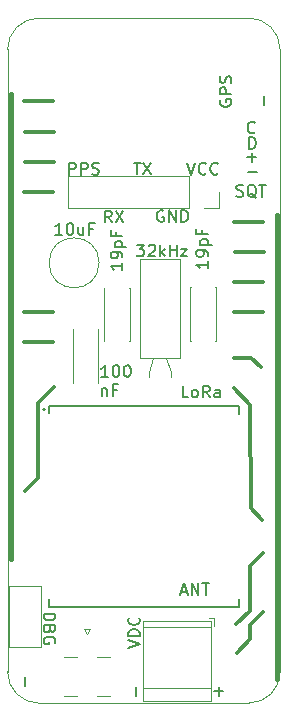
<source format=gto>
%TF.GenerationSoftware,KiCad,Pcbnew,8.0.4*%
%TF.CreationDate,2024-08-28T09:49:03+09:00*%
%TF.ProjectId,powerfeather-lora-gps-reference,706f7765-7266-4656-9174-6865722d6c6f,rev?*%
%TF.SameCoordinates,Original*%
%TF.FileFunction,Legend,Top*%
%TF.FilePolarity,Positive*%
%FSLAX46Y46*%
G04 Gerber Fmt 4.6, Leading zero omitted, Abs format (unit mm)*
G04 Created by KiCad (PCBNEW 8.0.4) date 2024-08-28 09:49:03*
%MOMM*%
%LPD*%
G01*
G04 APERTURE LIST*
%ADD10C,0.300000*%
%ADD11C,0.400000*%
%ADD12C,0.150000*%
%ADD13C,0.120000*%
%ADD14C,0.127000*%
%ADD15C,0.200000*%
G04 APERTURE END LIST*
D10*
X138720000Y-86830000D02*
X141180000Y-86830000D01*
X122160000Y-102120000D02*
X123490000Y-100760000D01*
D11*
X119850000Y-76030000D02*
X119850000Y-115370000D01*
D10*
X138760000Y-100920000D02*
X140140000Y-102310000D01*
X138770000Y-94450000D02*
X141230000Y-94450000D01*
X138780000Y-91920000D02*
X141240000Y-91920000D01*
X140220000Y-98300000D02*
X141060000Y-99140000D01*
D11*
X142410000Y-86200000D02*
X142420000Y-125480000D01*
D10*
X120980000Y-94420000D02*
X123440000Y-94420000D01*
X138800000Y-98300000D02*
X140220000Y-98300000D01*
X140120000Y-122170000D02*
X138980000Y-123350000D01*
X122160000Y-108530000D02*
X122160000Y-102120000D01*
X140080000Y-115980000D02*
X140080000Y-119740000D01*
X140140000Y-102310000D02*
X140160000Y-111080000D01*
X141220000Y-114845000D02*
X140080000Y-115975000D01*
X121000000Y-96970000D02*
X123460000Y-96970000D01*
X120980000Y-84260000D02*
X123440000Y-84260000D01*
X138810000Y-89370000D02*
X141270000Y-89370000D01*
X121040000Y-109640000D02*
X122160000Y-108530000D01*
X141230000Y-119820000D02*
X140110000Y-120960000D01*
X140080000Y-119740000D02*
X138960000Y-120880000D01*
X140160000Y-111080000D02*
X141100000Y-112060000D01*
X121080000Y-79190000D02*
X123540000Y-79190000D01*
X121010000Y-76610000D02*
X123470000Y-76610000D01*
X121080000Y-81750000D02*
X123540000Y-81750000D01*
X140110000Y-120960000D02*
X140110000Y-122150000D01*
D12*
X122640180Y-119976779D02*
X123640180Y-119976779D01*
X123640180Y-119976779D02*
X123640180Y-120214874D01*
X123640180Y-120214874D02*
X123592561Y-120357731D01*
X123592561Y-120357731D02*
X123497323Y-120452969D01*
X123497323Y-120452969D02*
X123402085Y-120500588D01*
X123402085Y-120500588D02*
X123211609Y-120548207D01*
X123211609Y-120548207D02*
X123068752Y-120548207D01*
X123068752Y-120548207D02*
X122878276Y-120500588D01*
X122878276Y-120500588D02*
X122783038Y-120452969D01*
X122783038Y-120452969D02*
X122687800Y-120357731D01*
X122687800Y-120357731D02*
X122640180Y-120214874D01*
X122640180Y-120214874D02*
X122640180Y-119976779D01*
X123163990Y-121310112D02*
X123116371Y-121452969D01*
X123116371Y-121452969D02*
X123068752Y-121500588D01*
X123068752Y-121500588D02*
X122973514Y-121548207D01*
X122973514Y-121548207D02*
X122830657Y-121548207D01*
X122830657Y-121548207D02*
X122735419Y-121500588D01*
X122735419Y-121500588D02*
X122687800Y-121452969D01*
X122687800Y-121452969D02*
X122640180Y-121357731D01*
X122640180Y-121357731D02*
X122640180Y-120976779D01*
X122640180Y-120976779D02*
X123640180Y-120976779D01*
X123640180Y-120976779D02*
X123640180Y-121310112D01*
X123640180Y-121310112D02*
X123592561Y-121405350D01*
X123592561Y-121405350D02*
X123544942Y-121452969D01*
X123544942Y-121452969D02*
X123449704Y-121500588D01*
X123449704Y-121500588D02*
X123354466Y-121500588D01*
X123354466Y-121500588D02*
X123259228Y-121452969D01*
X123259228Y-121452969D02*
X123211609Y-121405350D01*
X123211609Y-121405350D02*
X123163990Y-121310112D01*
X123163990Y-121310112D02*
X123163990Y-120976779D01*
X123592561Y-122500588D02*
X123640180Y-122405350D01*
X123640180Y-122405350D02*
X123640180Y-122262493D01*
X123640180Y-122262493D02*
X123592561Y-122119636D01*
X123592561Y-122119636D02*
X123497323Y-122024398D01*
X123497323Y-122024398D02*
X123402085Y-121976779D01*
X123402085Y-121976779D02*
X123211609Y-121929160D01*
X123211609Y-121929160D02*
X123068752Y-121929160D01*
X123068752Y-121929160D02*
X122878276Y-121976779D01*
X122878276Y-121976779D02*
X122783038Y-122024398D01*
X122783038Y-122024398D02*
X122687800Y-122119636D01*
X122687800Y-122119636D02*
X122640180Y-122262493D01*
X122640180Y-122262493D02*
X122640180Y-122357731D01*
X122640180Y-122357731D02*
X122687800Y-122500588D01*
X122687800Y-122500588D02*
X122735419Y-122548207D01*
X122735419Y-122548207D02*
X123068752Y-122548207D01*
X123068752Y-122548207D02*
X123068752Y-122357731D01*
X141291133Y-76156779D02*
X141291133Y-76918684D01*
X134269160Y-118134104D02*
X134745350Y-118134104D01*
X134173922Y-118419819D02*
X134507255Y-117419819D01*
X134507255Y-117419819D02*
X134840588Y-118419819D01*
X135173922Y-118419819D02*
X135173922Y-117419819D01*
X135173922Y-117419819D02*
X135745350Y-118419819D01*
X135745350Y-118419819D02*
X135745350Y-117419819D01*
X136078684Y-117419819D02*
X136650112Y-117419819D01*
X136364398Y-118419819D02*
X136364398Y-117419819D01*
X121071133Y-125366779D02*
X121071133Y-126128684D01*
X130527143Y-88744819D02*
X131146190Y-88744819D01*
X131146190Y-88744819D02*
X130812857Y-89125771D01*
X130812857Y-89125771D02*
X130955714Y-89125771D01*
X130955714Y-89125771D02*
X131050952Y-89173390D01*
X131050952Y-89173390D02*
X131098571Y-89221009D01*
X131098571Y-89221009D02*
X131146190Y-89316247D01*
X131146190Y-89316247D02*
X131146190Y-89554342D01*
X131146190Y-89554342D02*
X131098571Y-89649580D01*
X131098571Y-89649580D02*
X131050952Y-89697200D01*
X131050952Y-89697200D02*
X130955714Y-89744819D01*
X130955714Y-89744819D02*
X130670000Y-89744819D01*
X130670000Y-89744819D02*
X130574762Y-89697200D01*
X130574762Y-89697200D02*
X130527143Y-89649580D01*
X131527143Y-88840057D02*
X131574762Y-88792438D01*
X131574762Y-88792438D02*
X131670000Y-88744819D01*
X131670000Y-88744819D02*
X131908095Y-88744819D01*
X131908095Y-88744819D02*
X132003333Y-88792438D01*
X132003333Y-88792438D02*
X132050952Y-88840057D01*
X132050952Y-88840057D02*
X132098571Y-88935295D01*
X132098571Y-88935295D02*
X132098571Y-89030533D01*
X132098571Y-89030533D02*
X132050952Y-89173390D01*
X132050952Y-89173390D02*
X131479524Y-89744819D01*
X131479524Y-89744819D02*
X132098571Y-89744819D01*
X132527143Y-89744819D02*
X132527143Y-88744819D01*
X132622381Y-89363866D02*
X132908095Y-89744819D01*
X132908095Y-89078152D02*
X132527143Y-89459104D01*
X133336667Y-89744819D02*
X133336667Y-88744819D01*
X133336667Y-89221009D02*
X133908095Y-89221009D01*
X133908095Y-89744819D02*
X133908095Y-88744819D01*
X134289048Y-89078152D02*
X134812857Y-89078152D01*
X134812857Y-89078152D02*
X134289048Y-89744819D01*
X134289048Y-89744819D02*
X134812857Y-89744819D01*
X128100588Y-99949847D02*
X127529160Y-99949847D01*
X127814874Y-99949847D02*
X127814874Y-98949847D01*
X127814874Y-98949847D02*
X127719636Y-99092704D01*
X127719636Y-99092704D02*
X127624398Y-99187942D01*
X127624398Y-99187942D02*
X127529160Y-99235561D01*
X128719636Y-98949847D02*
X128814874Y-98949847D01*
X128814874Y-98949847D02*
X128910112Y-98997466D01*
X128910112Y-98997466D02*
X128957731Y-99045085D01*
X128957731Y-99045085D02*
X129005350Y-99140323D01*
X129005350Y-99140323D02*
X129052969Y-99330799D01*
X129052969Y-99330799D02*
X129052969Y-99568894D01*
X129052969Y-99568894D02*
X129005350Y-99759370D01*
X129005350Y-99759370D02*
X128957731Y-99854608D01*
X128957731Y-99854608D02*
X128910112Y-99902228D01*
X128910112Y-99902228D02*
X128814874Y-99949847D01*
X128814874Y-99949847D02*
X128719636Y-99949847D01*
X128719636Y-99949847D02*
X128624398Y-99902228D01*
X128624398Y-99902228D02*
X128576779Y-99854608D01*
X128576779Y-99854608D02*
X128529160Y-99759370D01*
X128529160Y-99759370D02*
X128481541Y-99568894D01*
X128481541Y-99568894D02*
X128481541Y-99330799D01*
X128481541Y-99330799D02*
X128529160Y-99140323D01*
X128529160Y-99140323D02*
X128576779Y-99045085D01*
X128576779Y-99045085D02*
X128624398Y-98997466D01*
X128624398Y-98997466D02*
X128719636Y-98949847D01*
X129672017Y-98949847D02*
X129767255Y-98949847D01*
X129767255Y-98949847D02*
X129862493Y-98997466D01*
X129862493Y-98997466D02*
X129910112Y-99045085D01*
X129910112Y-99045085D02*
X129957731Y-99140323D01*
X129957731Y-99140323D02*
X130005350Y-99330799D01*
X130005350Y-99330799D02*
X130005350Y-99568894D01*
X130005350Y-99568894D02*
X129957731Y-99759370D01*
X129957731Y-99759370D02*
X129910112Y-99854608D01*
X129910112Y-99854608D02*
X129862493Y-99902228D01*
X129862493Y-99902228D02*
X129767255Y-99949847D01*
X129767255Y-99949847D02*
X129672017Y-99949847D01*
X129672017Y-99949847D02*
X129576779Y-99902228D01*
X129576779Y-99902228D02*
X129529160Y-99854608D01*
X129529160Y-99854608D02*
X129481541Y-99759370D01*
X129481541Y-99759370D02*
X129433922Y-99568894D01*
X129433922Y-99568894D02*
X129433922Y-99330799D01*
X129433922Y-99330799D02*
X129481541Y-99140323D01*
X129481541Y-99140323D02*
X129529160Y-99045085D01*
X129529160Y-99045085D02*
X129576779Y-98997466D01*
X129576779Y-98997466D02*
X129672017Y-98949847D01*
X127576779Y-100893124D02*
X127576779Y-101559791D01*
X127576779Y-100988362D02*
X127624398Y-100940743D01*
X127624398Y-100940743D02*
X127719636Y-100893124D01*
X127719636Y-100893124D02*
X127862493Y-100893124D01*
X127862493Y-100893124D02*
X127957731Y-100940743D01*
X127957731Y-100940743D02*
X128005350Y-101035981D01*
X128005350Y-101035981D02*
X128005350Y-101559791D01*
X128814874Y-101035981D02*
X128481541Y-101035981D01*
X128481541Y-101559791D02*
X128481541Y-100559791D01*
X128481541Y-100559791D02*
X128957731Y-100559791D01*
X136574819Y-90141428D02*
X136574819Y-90712856D01*
X136574819Y-90427142D02*
X135574819Y-90427142D01*
X135574819Y-90427142D02*
X135717676Y-90522380D01*
X135717676Y-90522380D02*
X135812914Y-90617618D01*
X135812914Y-90617618D02*
X135860533Y-90712856D01*
X136574819Y-89665237D02*
X136574819Y-89474761D01*
X136574819Y-89474761D02*
X136527200Y-89379523D01*
X136527200Y-89379523D02*
X136479580Y-89331904D01*
X136479580Y-89331904D02*
X136336723Y-89236666D01*
X136336723Y-89236666D02*
X136146247Y-89189047D01*
X136146247Y-89189047D02*
X135765295Y-89189047D01*
X135765295Y-89189047D02*
X135670057Y-89236666D01*
X135670057Y-89236666D02*
X135622438Y-89284285D01*
X135622438Y-89284285D02*
X135574819Y-89379523D01*
X135574819Y-89379523D02*
X135574819Y-89569999D01*
X135574819Y-89569999D02*
X135622438Y-89665237D01*
X135622438Y-89665237D02*
X135670057Y-89712856D01*
X135670057Y-89712856D02*
X135765295Y-89760475D01*
X135765295Y-89760475D02*
X136003390Y-89760475D01*
X136003390Y-89760475D02*
X136098628Y-89712856D01*
X136098628Y-89712856D02*
X136146247Y-89665237D01*
X136146247Y-89665237D02*
X136193866Y-89569999D01*
X136193866Y-89569999D02*
X136193866Y-89379523D01*
X136193866Y-89379523D02*
X136146247Y-89284285D01*
X136146247Y-89284285D02*
X136098628Y-89236666D01*
X136098628Y-89236666D02*
X136003390Y-89189047D01*
X135908152Y-88760475D02*
X136908152Y-88760475D01*
X135955771Y-88760475D02*
X135908152Y-88665237D01*
X135908152Y-88665237D02*
X135908152Y-88474761D01*
X135908152Y-88474761D02*
X135955771Y-88379523D01*
X135955771Y-88379523D02*
X136003390Y-88331904D01*
X136003390Y-88331904D02*
X136098628Y-88284285D01*
X136098628Y-88284285D02*
X136384342Y-88284285D01*
X136384342Y-88284285D02*
X136479580Y-88331904D01*
X136479580Y-88331904D02*
X136527200Y-88379523D01*
X136527200Y-88379523D02*
X136574819Y-88474761D01*
X136574819Y-88474761D02*
X136574819Y-88665237D01*
X136574819Y-88665237D02*
X136527200Y-88760475D01*
X136051009Y-87522380D02*
X136051009Y-87855713D01*
X136574819Y-87855713D02*
X135574819Y-87855713D01*
X135574819Y-87855713D02*
X135574819Y-87379523D01*
X134894761Y-101674819D02*
X134418571Y-101674819D01*
X134418571Y-101674819D02*
X134418571Y-100674819D01*
X135370952Y-101674819D02*
X135275714Y-101627200D01*
X135275714Y-101627200D02*
X135228095Y-101579580D01*
X135228095Y-101579580D02*
X135180476Y-101484342D01*
X135180476Y-101484342D02*
X135180476Y-101198628D01*
X135180476Y-101198628D02*
X135228095Y-101103390D01*
X135228095Y-101103390D02*
X135275714Y-101055771D01*
X135275714Y-101055771D02*
X135370952Y-101008152D01*
X135370952Y-101008152D02*
X135513809Y-101008152D01*
X135513809Y-101008152D02*
X135609047Y-101055771D01*
X135609047Y-101055771D02*
X135656666Y-101103390D01*
X135656666Y-101103390D02*
X135704285Y-101198628D01*
X135704285Y-101198628D02*
X135704285Y-101484342D01*
X135704285Y-101484342D02*
X135656666Y-101579580D01*
X135656666Y-101579580D02*
X135609047Y-101627200D01*
X135609047Y-101627200D02*
X135513809Y-101674819D01*
X135513809Y-101674819D02*
X135370952Y-101674819D01*
X136704285Y-101674819D02*
X136370952Y-101198628D01*
X136132857Y-101674819D02*
X136132857Y-100674819D01*
X136132857Y-100674819D02*
X136513809Y-100674819D01*
X136513809Y-100674819D02*
X136609047Y-100722438D01*
X136609047Y-100722438D02*
X136656666Y-100770057D01*
X136656666Y-100770057D02*
X136704285Y-100865295D01*
X136704285Y-100865295D02*
X136704285Y-101008152D01*
X136704285Y-101008152D02*
X136656666Y-101103390D01*
X136656666Y-101103390D02*
X136609047Y-101151009D01*
X136609047Y-101151009D02*
X136513809Y-101198628D01*
X136513809Y-101198628D02*
X136132857Y-101198628D01*
X137561428Y-101674819D02*
X137561428Y-101151009D01*
X137561428Y-101151009D02*
X137513809Y-101055771D01*
X137513809Y-101055771D02*
X137418571Y-101008152D01*
X137418571Y-101008152D02*
X137228095Y-101008152D01*
X137228095Y-101008152D02*
X137132857Y-101055771D01*
X137561428Y-101627200D02*
X137466190Y-101674819D01*
X137466190Y-101674819D02*
X137228095Y-101674819D01*
X137228095Y-101674819D02*
X137132857Y-101627200D01*
X137132857Y-101627200D02*
X137085238Y-101531961D01*
X137085238Y-101531961D02*
X137085238Y-101436723D01*
X137085238Y-101436723D02*
X137132857Y-101341485D01*
X137132857Y-101341485D02*
X137228095Y-101293866D01*
X137228095Y-101293866D02*
X137466190Y-101293866D01*
X137466190Y-101293866D02*
X137561428Y-101246247D01*
X124208571Y-87914819D02*
X123637143Y-87914819D01*
X123922857Y-87914819D02*
X123922857Y-86914819D01*
X123922857Y-86914819D02*
X123827619Y-87057676D01*
X123827619Y-87057676D02*
X123732381Y-87152914D01*
X123732381Y-87152914D02*
X123637143Y-87200533D01*
X124827619Y-86914819D02*
X124922857Y-86914819D01*
X124922857Y-86914819D02*
X125018095Y-86962438D01*
X125018095Y-86962438D02*
X125065714Y-87010057D01*
X125065714Y-87010057D02*
X125113333Y-87105295D01*
X125113333Y-87105295D02*
X125160952Y-87295771D01*
X125160952Y-87295771D02*
X125160952Y-87533866D01*
X125160952Y-87533866D02*
X125113333Y-87724342D01*
X125113333Y-87724342D02*
X125065714Y-87819580D01*
X125065714Y-87819580D02*
X125018095Y-87867200D01*
X125018095Y-87867200D02*
X124922857Y-87914819D01*
X124922857Y-87914819D02*
X124827619Y-87914819D01*
X124827619Y-87914819D02*
X124732381Y-87867200D01*
X124732381Y-87867200D02*
X124684762Y-87819580D01*
X124684762Y-87819580D02*
X124637143Y-87724342D01*
X124637143Y-87724342D02*
X124589524Y-87533866D01*
X124589524Y-87533866D02*
X124589524Y-87295771D01*
X124589524Y-87295771D02*
X124637143Y-87105295D01*
X124637143Y-87105295D02*
X124684762Y-87010057D01*
X124684762Y-87010057D02*
X124732381Y-86962438D01*
X124732381Y-86962438D02*
X124827619Y-86914819D01*
X126018095Y-87248152D02*
X126018095Y-87914819D01*
X125589524Y-87248152D02*
X125589524Y-87771961D01*
X125589524Y-87771961D02*
X125637143Y-87867200D01*
X125637143Y-87867200D02*
X125732381Y-87914819D01*
X125732381Y-87914819D02*
X125875238Y-87914819D01*
X125875238Y-87914819D02*
X125970476Y-87867200D01*
X125970476Y-87867200D02*
X126018095Y-87819580D01*
X126827619Y-87391009D02*
X126494286Y-87391009D01*
X126494286Y-87914819D02*
X126494286Y-86914819D01*
X126494286Y-86914819D02*
X126970476Y-86914819D01*
X129314819Y-90291428D02*
X129314819Y-90862856D01*
X129314819Y-90577142D02*
X128314819Y-90577142D01*
X128314819Y-90577142D02*
X128457676Y-90672380D01*
X128457676Y-90672380D02*
X128552914Y-90767618D01*
X128552914Y-90767618D02*
X128600533Y-90862856D01*
X129314819Y-89815237D02*
X129314819Y-89624761D01*
X129314819Y-89624761D02*
X129267200Y-89529523D01*
X129267200Y-89529523D02*
X129219580Y-89481904D01*
X129219580Y-89481904D02*
X129076723Y-89386666D01*
X129076723Y-89386666D02*
X128886247Y-89339047D01*
X128886247Y-89339047D02*
X128505295Y-89339047D01*
X128505295Y-89339047D02*
X128410057Y-89386666D01*
X128410057Y-89386666D02*
X128362438Y-89434285D01*
X128362438Y-89434285D02*
X128314819Y-89529523D01*
X128314819Y-89529523D02*
X128314819Y-89719999D01*
X128314819Y-89719999D02*
X128362438Y-89815237D01*
X128362438Y-89815237D02*
X128410057Y-89862856D01*
X128410057Y-89862856D02*
X128505295Y-89910475D01*
X128505295Y-89910475D02*
X128743390Y-89910475D01*
X128743390Y-89910475D02*
X128838628Y-89862856D01*
X128838628Y-89862856D02*
X128886247Y-89815237D01*
X128886247Y-89815237D02*
X128933866Y-89719999D01*
X128933866Y-89719999D02*
X128933866Y-89529523D01*
X128933866Y-89529523D02*
X128886247Y-89434285D01*
X128886247Y-89434285D02*
X128838628Y-89386666D01*
X128838628Y-89386666D02*
X128743390Y-89339047D01*
X128648152Y-88910475D02*
X129648152Y-88910475D01*
X128695771Y-88910475D02*
X128648152Y-88815237D01*
X128648152Y-88815237D02*
X128648152Y-88624761D01*
X128648152Y-88624761D02*
X128695771Y-88529523D01*
X128695771Y-88529523D02*
X128743390Y-88481904D01*
X128743390Y-88481904D02*
X128838628Y-88434285D01*
X128838628Y-88434285D02*
X129124342Y-88434285D01*
X129124342Y-88434285D02*
X129219580Y-88481904D01*
X129219580Y-88481904D02*
X129267200Y-88529523D01*
X129267200Y-88529523D02*
X129314819Y-88624761D01*
X129314819Y-88624761D02*
X129314819Y-88815237D01*
X129314819Y-88815237D02*
X129267200Y-88910475D01*
X128791009Y-87672380D02*
X128791009Y-88005713D01*
X129314819Y-88005713D02*
X128314819Y-88005713D01*
X128314819Y-88005713D02*
X128314819Y-87529523D01*
X138969887Y-84632200D02*
X139112744Y-84679819D01*
X139112744Y-84679819D02*
X139350839Y-84679819D01*
X139350839Y-84679819D02*
X139446077Y-84632200D01*
X139446077Y-84632200D02*
X139493696Y-84584580D01*
X139493696Y-84584580D02*
X139541315Y-84489342D01*
X139541315Y-84489342D02*
X139541315Y-84394104D01*
X139541315Y-84394104D02*
X139493696Y-84298866D01*
X139493696Y-84298866D02*
X139446077Y-84251247D01*
X139446077Y-84251247D02*
X139350839Y-84203628D01*
X139350839Y-84203628D02*
X139160363Y-84156009D01*
X139160363Y-84156009D02*
X139065125Y-84108390D01*
X139065125Y-84108390D02*
X139017506Y-84060771D01*
X139017506Y-84060771D02*
X138969887Y-83965533D01*
X138969887Y-83965533D02*
X138969887Y-83870295D01*
X138969887Y-83870295D02*
X139017506Y-83775057D01*
X139017506Y-83775057D02*
X139065125Y-83727438D01*
X139065125Y-83727438D02*
X139160363Y-83679819D01*
X139160363Y-83679819D02*
X139398458Y-83679819D01*
X139398458Y-83679819D02*
X139541315Y-83727438D01*
X140636553Y-84775057D02*
X140541315Y-84727438D01*
X140541315Y-84727438D02*
X140446077Y-84632200D01*
X140446077Y-84632200D02*
X140303220Y-84489342D01*
X140303220Y-84489342D02*
X140207982Y-84441723D01*
X140207982Y-84441723D02*
X140112744Y-84441723D01*
X140160363Y-84679819D02*
X140065125Y-84632200D01*
X140065125Y-84632200D02*
X139969887Y-84536961D01*
X139969887Y-84536961D02*
X139922268Y-84346485D01*
X139922268Y-84346485D02*
X139922268Y-84013152D01*
X139922268Y-84013152D02*
X139969887Y-83822676D01*
X139969887Y-83822676D02*
X140065125Y-83727438D01*
X140065125Y-83727438D02*
X140160363Y-83679819D01*
X140160363Y-83679819D02*
X140350839Y-83679819D01*
X140350839Y-83679819D02*
X140446077Y-83727438D01*
X140446077Y-83727438D02*
X140541315Y-83822676D01*
X140541315Y-83822676D02*
X140588934Y-84013152D01*
X140588934Y-84013152D02*
X140588934Y-84346485D01*
X140588934Y-84346485D02*
X140541315Y-84536961D01*
X140541315Y-84536961D02*
X140446077Y-84632200D01*
X140446077Y-84632200D02*
X140350839Y-84679819D01*
X140350839Y-84679819D02*
X140160363Y-84679819D01*
X140874649Y-83679819D02*
X141446077Y-83679819D01*
X141160363Y-84679819D02*
X141160363Y-83679819D01*
X140256133Y-80954048D02*
X140256133Y-81715953D01*
X139875180Y-81335000D02*
X140637085Y-81335000D01*
X139929048Y-82558866D02*
X140690953Y-82558866D01*
X140529523Y-79224580D02*
X140481904Y-79272200D01*
X140481904Y-79272200D02*
X140339047Y-79319819D01*
X140339047Y-79319819D02*
X140243809Y-79319819D01*
X140243809Y-79319819D02*
X140100952Y-79272200D01*
X140100952Y-79272200D02*
X140005714Y-79176961D01*
X140005714Y-79176961D02*
X139958095Y-79081723D01*
X139958095Y-79081723D02*
X139910476Y-78891247D01*
X139910476Y-78891247D02*
X139910476Y-78748390D01*
X139910476Y-78748390D02*
X139958095Y-78557914D01*
X139958095Y-78557914D02*
X140005714Y-78462676D01*
X140005714Y-78462676D02*
X140100952Y-78367438D01*
X140100952Y-78367438D02*
X140243809Y-78319819D01*
X140243809Y-78319819D02*
X140339047Y-78319819D01*
X140339047Y-78319819D02*
X140481904Y-78367438D01*
X140481904Y-78367438D02*
X140529523Y-78415057D01*
X140048095Y-80629819D02*
X140048095Y-79629819D01*
X140048095Y-79629819D02*
X140286190Y-79629819D01*
X140286190Y-79629819D02*
X140429047Y-79677438D01*
X140429047Y-79677438D02*
X140524285Y-79772676D01*
X140524285Y-79772676D02*
X140571904Y-79867914D01*
X140571904Y-79867914D02*
X140619523Y-80058390D01*
X140619523Y-80058390D02*
X140619523Y-80201247D01*
X140619523Y-80201247D02*
X140571904Y-80391723D01*
X140571904Y-80391723D02*
X140524285Y-80486961D01*
X140524285Y-80486961D02*
X140429047Y-80582200D01*
X140429047Y-80582200D02*
X140286190Y-80629819D01*
X140286190Y-80629819D02*
X140048095Y-80629819D01*
X129784819Y-122883332D02*
X130784819Y-122549999D01*
X130784819Y-122549999D02*
X129784819Y-122216666D01*
X130784819Y-121883332D02*
X129784819Y-121883332D01*
X129784819Y-121883332D02*
X129784819Y-121645237D01*
X129784819Y-121645237D02*
X129832438Y-121502380D01*
X129832438Y-121502380D02*
X129927676Y-121407142D01*
X129927676Y-121407142D02*
X130022914Y-121359523D01*
X130022914Y-121359523D02*
X130213390Y-121311904D01*
X130213390Y-121311904D02*
X130356247Y-121311904D01*
X130356247Y-121311904D02*
X130546723Y-121359523D01*
X130546723Y-121359523D02*
X130641961Y-121407142D01*
X130641961Y-121407142D02*
X130737200Y-121502380D01*
X130737200Y-121502380D02*
X130784819Y-121645237D01*
X130784819Y-121645237D02*
X130784819Y-121883332D01*
X130689580Y-120311904D02*
X130737200Y-120359523D01*
X130737200Y-120359523D02*
X130784819Y-120502380D01*
X130784819Y-120502380D02*
X130784819Y-120597618D01*
X130784819Y-120597618D02*
X130737200Y-120740475D01*
X130737200Y-120740475D02*
X130641961Y-120835713D01*
X130641961Y-120835713D02*
X130546723Y-120883332D01*
X130546723Y-120883332D02*
X130356247Y-120930951D01*
X130356247Y-120930951D02*
X130213390Y-120930951D01*
X130213390Y-120930951D02*
X130022914Y-120883332D01*
X130022914Y-120883332D02*
X129927676Y-120835713D01*
X129927676Y-120835713D02*
X129832438Y-120740475D01*
X129832438Y-120740475D02*
X129784819Y-120597618D01*
X129784819Y-120597618D02*
X129784819Y-120502380D01*
X129784819Y-120502380D02*
X129832438Y-120359523D01*
X129832438Y-120359523D02*
X129880057Y-120311904D01*
X137079048Y-126563866D02*
X137840953Y-126563866D01*
X137460000Y-126944819D02*
X137460000Y-126182914D01*
X130493866Y-126940951D02*
X130493866Y-126179047D01*
X137592438Y-76484285D02*
X137544819Y-76579523D01*
X137544819Y-76579523D02*
X137544819Y-76722380D01*
X137544819Y-76722380D02*
X137592438Y-76865237D01*
X137592438Y-76865237D02*
X137687676Y-76960475D01*
X137687676Y-76960475D02*
X137782914Y-77008094D01*
X137782914Y-77008094D02*
X137973390Y-77055713D01*
X137973390Y-77055713D02*
X138116247Y-77055713D01*
X138116247Y-77055713D02*
X138306723Y-77008094D01*
X138306723Y-77008094D02*
X138401961Y-76960475D01*
X138401961Y-76960475D02*
X138497200Y-76865237D01*
X138497200Y-76865237D02*
X138544819Y-76722380D01*
X138544819Y-76722380D02*
X138544819Y-76627142D01*
X138544819Y-76627142D02*
X138497200Y-76484285D01*
X138497200Y-76484285D02*
X138449580Y-76436666D01*
X138449580Y-76436666D02*
X138116247Y-76436666D01*
X138116247Y-76436666D02*
X138116247Y-76627142D01*
X138544819Y-76008094D02*
X137544819Y-76008094D01*
X137544819Y-76008094D02*
X137544819Y-75627142D01*
X137544819Y-75627142D02*
X137592438Y-75531904D01*
X137592438Y-75531904D02*
X137640057Y-75484285D01*
X137640057Y-75484285D02*
X137735295Y-75436666D01*
X137735295Y-75436666D02*
X137878152Y-75436666D01*
X137878152Y-75436666D02*
X137973390Y-75484285D01*
X137973390Y-75484285D02*
X138021009Y-75531904D01*
X138021009Y-75531904D02*
X138068628Y-75627142D01*
X138068628Y-75627142D02*
X138068628Y-76008094D01*
X138497200Y-75055713D02*
X138544819Y-74912856D01*
X138544819Y-74912856D02*
X138544819Y-74674761D01*
X138544819Y-74674761D02*
X138497200Y-74579523D01*
X138497200Y-74579523D02*
X138449580Y-74531904D01*
X138449580Y-74531904D02*
X138354342Y-74484285D01*
X138354342Y-74484285D02*
X138259104Y-74484285D01*
X138259104Y-74484285D02*
X138163866Y-74531904D01*
X138163866Y-74531904D02*
X138116247Y-74579523D01*
X138116247Y-74579523D02*
X138068628Y-74674761D01*
X138068628Y-74674761D02*
X138021009Y-74865237D01*
X138021009Y-74865237D02*
X137973390Y-74960475D01*
X137973390Y-74960475D02*
X137925771Y-75008094D01*
X137925771Y-75008094D02*
X137830533Y-75055713D01*
X137830533Y-75055713D02*
X137735295Y-75055713D01*
X137735295Y-75055713D02*
X137640057Y-75008094D01*
X137640057Y-75008094D02*
X137592438Y-74960475D01*
X137592438Y-74960475D02*
X137544819Y-74865237D01*
X137544819Y-74865237D02*
X137544819Y-74627142D01*
X137544819Y-74627142D02*
X137592438Y-74484285D01*
X134816667Y-81804819D02*
X135150000Y-82804819D01*
X135150000Y-82804819D02*
X135483333Y-81804819D01*
X136388095Y-82709580D02*
X136340476Y-82757200D01*
X136340476Y-82757200D02*
X136197619Y-82804819D01*
X136197619Y-82804819D02*
X136102381Y-82804819D01*
X136102381Y-82804819D02*
X135959524Y-82757200D01*
X135959524Y-82757200D02*
X135864286Y-82661961D01*
X135864286Y-82661961D02*
X135816667Y-82566723D01*
X135816667Y-82566723D02*
X135769048Y-82376247D01*
X135769048Y-82376247D02*
X135769048Y-82233390D01*
X135769048Y-82233390D02*
X135816667Y-82042914D01*
X135816667Y-82042914D02*
X135864286Y-81947676D01*
X135864286Y-81947676D02*
X135959524Y-81852438D01*
X135959524Y-81852438D02*
X136102381Y-81804819D01*
X136102381Y-81804819D02*
X136197619Y-81804819D01*
X136197619Y-81804819D02*
X136340476Y-81852438D01*
X136340476Y-81852438D02*
X136388095Y-81900057D01*
X137388095Y-82709580D02*
X137340476Y-82757200D01*
X137340476Y-82757200D02*
X137197619Y-82804819D01*
X137197619Y-82804819D02*
X137102381Y-82804819D01*
X137102381Y-82804819D02*
X136959524Y-82757200D01*
X136959524Y-82757200D02*
X136864286Y-82661961D01*
X136864286Y-82661961D02*
X136816667Y-82566723D01*
X136816667Y-82566723D02*
X136769048Y-82376247D01*
X136769048Y-82376247D02*
X136769048Y-82233390D01*
X136769048Y-82233390D02*
X136816667Y-82042914D01*
X136816667Y-82042914D02*
X136864286Y-81947676D01*
X136864286Y-81947676D02*
X136959524Y-81852438D01*
X136959524Y-81852438D02*
X137102381Y-81804819D01*
X137102381Y-81804819D02*
X137197619Y-81804819D01*
X137197619Y-81804819D02*
X137340476Y-81852438D01*
X137340476Y-81852438D02*
X137388095Y-81900057D01*
X132788095Y-85852438D02*
X132692857Y-85804819D01*
X132692857Y-85804819D02*
X132550000Y-85804819D01*
X132550000Y-85804819D02*
X132407143Y-85852438D01*
X132407143Y-85852438D02*
X132311905Y-85947676D01*
X132311905Y-85947676D02*
X132264286Y-86042914D01*
X132264286Y-86042914D02*
X132216667Y-86233390D01*
X132216667Y-86233390D02*
X132216667Y-86376247D01*
X132216667Y-86376247D02*
X132264286Y-86566723D01*
X132264286Y-86566723D02*
X132311905Y-86661961D01*
X132311905Y-86661961D02*
X132407143Y-86757200D01*
X132407143Y-86757200D02*
X132550000Y-86804819D01*
X132550000Y-86804819D02*
X132645238Y-86804819D01*
X132645238Y-86804819D02*
X132788095Y-86757200D01*
X132788095Y-86757200D02*
X132835714Y-86709580D01*
X132835714Y-86709580D02*
X132835714Y-86376247D01*
X132835714Y-86376247D02*
X132645238Y-86376247D01*
X133264286Y-86804819D02*
X133264286Y-85804819D01*
X133264286Y-85804819D02*
X133835714Y-86804819D01*
X133835714Y-86804819D02*
X133835714Y-85804819D01*
X134311905Y-86804819D02*
X134311905Y-85804819D01*
X134311905Y-85804819D02*
X134550000Y-85804819D01*
X134550000Y-85804819D02*
X134692857Y-85852438D01*
X134692857Y-85852438D02*
X134788095Y-85947676D01*
X134788095Y-85947676D02*
X134835714Y-86042914D01*
X134835714Y-86042914D02*
X134883333Y-86233390D01*
X134883333Y-86233390D02*
X134883333Y-86376247D01*
X134883333Y-86376247D02*
X134835714Y-86566723D01*
X134835714Y-86566723D02*
X134788095Y-86661961D01*
X134788095Y-86661961D02*
X134692857Y-86757200D01*
X134692857Y-86757200D02*
X134550000Y-86804819D01*
X134550000Y-86804819D02*
X134311905Y-86804819D01*
X130288095Y-81794819D02*
X130859523Y-81794819D01*
X130573809Y-82794819D02*
X130573809Y-81794819D01*
X131097619Y-81794819D02*
X131764285Y-82794819D01*
X131764285Y-81794819D02*
X131097619Y-82794819D01*
X128403333Y-86854819D02*
X128070000Y-86378628D01*
X127831905Y-86854819D02*
X127831905Y-85854819D01*
X127831905Y-85854819D02*
X128212857Y-85854819D01*
X128212857Y-85854819D02*
X128308095Y-85902438D01*
X128308095Y-85902438D02*
X128355714Y-85950057D01*
X128355714Y-85950057D02*
X128403333Y-86045295D01*
X128403333Y-86045295D02*
X128403333Y-86188152D01*
X128403333Y-86188152D02*
X128355714Y-86283390D01*
X128355714Y-86283390D02*
X128308095Y-86331009D01*
X128308095Y-86331009D02*
X128212857Y-86378628D01*
X128212857Y-86378628D02*
X127831905Y-86378628D01*
X128736667Y-85854819D02*
X129403333Y-86854819D01*
X129403333Y-85854819D02*
X128736667Y-86854819D01*
X124811905Y-82804819D02*
X124811905Y-81804819D01*
X124811905Y-81804819D02*
X125192857Y-81804819D01*
X125192857Y-81804819D02*
X125288095Y-81852438D01*
X125288095Y-81852438D02*
X125335714Y-81900057D01*
X125335714Y-81900057D02*
X125383333Y-81995295D01*
X125383333Y-81995295D02*
X125383333Y-82138152D01*
X125383333Y-82138152D02*
X125335714Y-82233390D01*
X125335714Y-82233390D02*
X125288095Y-82281009D01*
X125288095Y-82281009D02*
X125192857Y-82328628D01*
X125192857Y-82328628D02*
X124811905Y-82328628D01*
X125811905Y-82804819D02*
X125811905Y-81804819D01*
X125811905Y-81804819D02*
X126192857Y-81804819D01*
X126192857Y-81804819D02*
X126288095Y-81852438D01*
X126288095Y-81852438D02*
X126335714Y-81900057D01*
X126335714Y-81900057D02*
X126383333Y-81995295D01*
X126383333Y-81995295D02*
X126383333Y-82138152D01*
X126383333Y-82138152D02*
X126335714Y-82233390D01*
X126335714Y-82233390D02*
X126288095Y-82281009D01*
X126288095Y-82281009D02*
X126192857Y-82328628D01*
X126192857Y-82328628D02*
X125811905Y-82328628D01*
X126764286Y-82757200D02*
X126907143Y-82804819D01*
X126907143Y-82804819D02*
X127145238Y-82804819D01*
X127145238Y-82804819D02*
X127240476Y-82757200D01*
X127240476Y-82757200D02*
X127288095Y-82709580D01*
X127288095Y-82709580D02*
X127335714Y-82614342D01*
X127335714Y-82614342D02*
X127335714Y-82519104D01*
X127335714Y-82519104D02*
X127288095Y-82423866D01*
X127288095Y-82423866D02*
X127240476Y-82376247D01*
X127240476Y-82376247D02*
X127145238Y-82328628D01*
X127145238Y-82328628D02*
X126954762Y-82281009D01*
X126954762Y-82281009D02*
X126859524Y-82233390D01*
X126859524Y-82233390D02*
X126811905Y-82185771D01*
X126811905Y-82185771D02*
X126764286Y-82090533D01*
X126764286Y-82090533D02*
X126764286Y-81995295D01*
X126764286Y-81995295D02*
X126811905Y-81900057D01*
X126811905Y-81900057D02*
X126859524Y-81852438D01*
X126859524Y-81852438D02*
X126954762Y-81804819D01*
X126954762Y-81804819D02*
X127192857Y-81804819D01*
X127192857Y-81804819D02*
X127335714Y-81852438D01*
D13*
%TO.C,Y1*%
X130780000Y-89960000D02*
X130780000Y-98360000D01*
X130780000Y-98360000D02*
X134180000Y-98360000D01*
X131530000Y-99510000D02*
X131530000Y-99960000D01*
X131935000Y-98360000D02*
X131530000Y-99510000D01*
X133025000Y-98360000D02*
X133430000Y-99510000D01*
X133430000Y-99510000D02*
X133430000Y-99960000D01*
X134180000Y-89960000D02*
X130780000Y-89960000D01*
X134180000Y-98360000D02*
X134180000Y-89960000D01*
%TO.C,C3*%
X125130000Y-95910000D02*
X125130000Y-100450000D01*
X125145000Y-95910000D02*
X125130000Y-95910000D01*
X125145000Y-100450000D02*
X125130000Y-100450000D01*
X127270000Y-95910000D02*
X127255000Y-95910000D01*
X127270000Y-95910000D02*
X127270000Y-100450000D01*
X127270000Y-100450000D02*
X127255000Y-100450000D01*
%TO.C,C1*%
X135070000Y-92370000D02*
X135085000Y-92370000D01*
X135070000Y-96910000D02*
X135070000Y-92370000D01*
X135070000Y-96910000D02*
X135085000Y-96910000D01*
X137195000Y-92370000D02*
X137210000Y-92370000D01*
X137195000Y-96910000D02*
X137210000Y-96910000D01*
X137210000Y-96910000D02*
X137210000Y-92370000D01*
D14*
%TO.C,U2*%
X123128750Y-102430000D02*
X139191250Y-102430000D01*
X123128750Y-102975000D02*
X123128750Y-102430000D01*
X123128750Y-119430000D02*
X123128750Y-118750000D01*
X139191250Y-102430000D02*
X139191250Y-103110000D01*
X139191250Y-119430000D02*
X123128750Y-119430000D01*
X139191250Y-119430000D02*
X139191250Y-118750000D01*
D15*
X122770000Y-102690000D02*
G75*
G02*
X122570000Y-102690000I-100000J0D01*
G01*
X122570000Y-102690000D02*
G75*
G02*
X122770000Y-102690000I100000J0D01*
G01*
D13*
%TO.C,C4*%
X127340000Y-90280000D02*
G75*
G02*
X123100000Y-90280000I-2120000J0D01*
G01*
X123100000Y-90280000D02*
G75*
G02*
X127340000Y-90280000I2120000J0D01*
G01*
%TO.C,AE1*%
X124380000Y-123677500D02*
X125490000Y-123677500D01*
X124380000Y-126927500D02*
X125490000Y-126927500D01*
X126045000Y-121247500D02*
X126295000Y-121747500D01*
X126295000Y-121747500D02*
X126545000Y-121247500D01*
X126545000Y-121247500D02*
X126045000Y-121247500D01*
X127170000Y-123677500D02*
X128280000Y-123677500D01*
X127170000Y-126927500D02*
X128280000Y-126927500D01*
%TO.C,C2*%
X127780000Y-92380000D02*
X127795000Y-92380000D01*
X127780000Y-96920000D02*
X127780000Y-92380000D01*
X127780000Y-96920000D02*
X127795000Y-96920000D01*
X129905000Y-92380000D02*
X129920000Y-92380000D01*
X129905000Y-96920000D02*
X129920000Y-96920000D01*
X129920000Y-96920000D02*
X129920000Y-92380000D01*
%TO.C,J2*%
X131040000Y-127370000D02*
X131040000Y-120630000D01*
X136820000Y-120630000D02*
X131040000Y-120630000D01*
X136820000Y-121150000D02*
X131040000Y-121150000D01*
X136820000Y-126250000D02*
X131040000Y-126250000D01*
X136820000Y-127370000D02*
X131040000Y-127370000D01*
X136820000Y-127370000D02*
X136820000Y-120630000D01*
X137060000Y-120390000D02*
X136660000Y-120390000D01*
X137060000Y-121030000D02*
X137060000Y-120390000D01*
%TO.C,J9*%
X119730000Y-122795000D02*
X119730000Y-117655000D01*
X122390000Y-117655000D02*
X119730000Y-117655000D01*
X122390000Y-122795000D02*
X119730000Y-122795000D01*
X122390000Y-122795000D02*
X122390000Y-117655000D01*
%TO.C,A1*%
X119590000Y-72205000D02*
X119590000Y-124910002D01*
X140020000Y-69555000D02*
X122240000Y-69555000D01*
X140020000Y-127560002D02*
X122240000Y-127560002D01*
X142670000Y-72205000D02*
X142670000Y-124910002D01*
X119590000Y-72205000D02*
G75*
G02*
X122240000Y-69555000I2650003J-3D01*
G01*
X122240000Y-127560002D02*
G75*
G02*
X119590000Y-124910002I-4J2649996D01*
G01*
X140020000Y-69555000D02*
G75*
G02*
X142670000Y-72205000I0J-2650000D01*
G01*
X140020000Y-69555000D02*
G75*
G02*
X142670000Y-72205000I0J-2650000D01*
G01*
X142670000Y-124910002D02*
G75*
G02*
X140020000Y-127560000I-2650000J2D01*
G01*
%TO.C,J1*%
X124697000Y-82960000D02*
X124697000Y-85620000D01*
X124697000Y-82960000D02*
X134917000Y-82960000D01*
X124697000Y-85620000D02*
X134917000Y-85620000D01*
X134917000Y-82960000D02*
X134917000Y-85620000D01*
X137517000Y-84290000D02*
X137517000Y-85620000D01*
X137517000Y-85620000D02*
X136187000Y-85620000D01*
%TD*%
M02*

</source>
